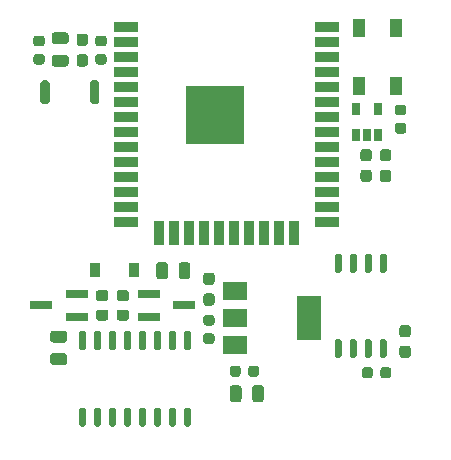
<source format=gtp>
G04 #@! TF.GenerationSoftware,KiCad,Pcbnew,(5.1.8)-1*
G04 #@! TF.CreationDate,2022-05-07T10:28:52+02:00*
G04 #@! TF.ProjectId,SuperPower-uC-KiCad,53757065-7250-46f7-9765-722d75432d4b,rev?*
G04 #@! TF.SameCoordinates,Original*
G04 #@! TF.FileFunction,Paste,Top*
G04 #@! TF.FilePolarity,Positive*
%FSLAX46Y46*%
G04 Gerber Fmt 4.6, Leading zero omitted, Abs format (unit mm)*
G04 Created by KiCad (PCBNEW (5.1.8)-1) date 2022-05-07 10:28:52*
%MOMM*%
%LPD*%
G01*
G04 APERTURE LIST*
%ADD10R,0.650000X1.060000*%
%ADD11R,1.000000X1.500000*%
%ADD12R,2.000000X0.900000*%
%ADD13R,0.900000X2.000000*%
%ADD14R,5.000000X5.000000*%
%ADD15R,2.000000X1.500000*%
%ADD16R,2.000000X3.800000*%
%ADD17R,1.900000X0.800000*%
%ADD18R,0.900000X1.200000*%
G04 APERTURE END LIST*
G36*
G01*
X161716600Y-110867000D02*
X161716600Y-110367000D01*
G75*
G02*
X161941600Y-110142000I225000J0D01*
G01*
X162391600Y-110142000D01*
G75*
G02*
X162616600Y-110367000I0J-225000D01*
G01*
X162616600Y-110867000D01*
G75*
G02*
X162391600Y-111092000I-225000J0D01*
G01*
X161941600Y-111092000D01*
G75*
G02*
X161716600Y-110867000I0J225000D01*
G01*
G37*
G36*
G01*
X160166600Y-110867000D02*
X160166600Y-110367000D01*
G75*
G02*
X160391600Y-110142000I225000J0D01*
G01*
X160841600Y-110142000D01*
G75*
G02*
X161066600Y-110367000I0J-225000D01*
G01*
X161066600Y-110867000D01*
G75*
G02*
X160841600Y-111092000I-225000J0D01*
G01*
X160391600Y-111092000D01*
G75*
G02*
X160166600Y-110867000I0J225000D01*
G01*
G37*
G36*
G01*
X163173600Y-89465000D02*
X163673600Y-89465000D01*
G75*
G02*
X163898600Y-89690000I0J-225000D01*
G01*
X163898600Y-90140000D01*
G75*
G02*
X163673600Y-90365000I-225000J0D01*
G01*
X163173600Y-90365000D01*
G75*
G02*
X162948600Y-90140000I0J225000D01*
G01*
X162948600Y-89690000D01*
G75*
G02*
X163173600Y-89465000I225000J0D01*
G01*
G37*
G36*
G01*
X163173600Y-87915000D02*
X163673600Y-87915000D01*
G75*
G02*
X163898600Y-88140000I0J-225000D01*
G01*
X163898600Y-88590000D01*
G75*
G02*
X163673600Y-88815000I-225000J0D01*
G01*
X163173600Y-88815000D01*
G75*
G02*
X162948600Y-88590000I0J225000D01*
G01*
X162948600Y-88140000D01*
G75*
G02*
X163173600Y-87915000I225000J0D01*
G01*
G37*
G36*
G01*
X138299000Y-82973000D02*
X137799000Y-82973000D01*
G75*
G02*
X137574000Y-82748000I0J225000D01*
G01*
X137574000Y-82298000D01*
G75*
G02*
X137799000Y-82073000I225000J0D01*
G01*
X138299000Y-82073000D01*
G75*
G02*
X138524000Y-82298000I0J-225000D01*
G01*
X138524000Y-82748000D01*
G75*
G02*
X138299000Y-82973000I-225000J0D01*
G01*
G37*
G36*
G01*
X138299000Y-84523000D02*
X137799000Y-84523000D01*
G75*
G02*
X137574000Y-84298000I0J225000D01*
G01*
X137574000Y-83848000D01*
G75*
G02*
X137799000Y-83623000I225000J0D01*
G01*
X138299000Y-83623000D01*
G75*
G02*
X138524000Y-83848000I0J-225000D01*
G01*
X138524000Y-84298000D01*
G75*
G02*
X138299000Y-84523000I-225000J0D01*
G01*
G37*
G36*
G01*
X133066600Y-82973000D02*
X132566600Y-82973000D01*
G75*
G02*
X132341600Y-82748000I0J225000D01*
G01*
X132341600Y-82298000D01*
G75*
G02*
X132566600Y-82073000I225000J0D01*
G01*
X133066600Y-82073000D01*
G75*
G02*
X133291600Y-82298000I0J-225000D01*
G01*
X133291600Y-82748000D01*
G75*
G02*
X133066600Y-82973000I-225000J0D01*
G01*
G37*
G36*
G01*
X133066600Y-84523000D02*
X132566600Y-84523000D01*
G75*
G02*
X132341600Y-84298000I0J225000D01*
G01*
X132341600Y-83848000D01*
G75*
G02*
X132566600Y-83623000I225000J0D01*
G01*
X133066600Y-83623000D01*
G75*
G02*
X133291600Y-83848000I0J-225000D01*
G01*
X133291600Y-84298000D01*
G75*
G02*
X133066600Y-84523000I-225000J0D01*
G01*
G37*
G36*
G01*
X150527600Y-110740000D02*
X150527600Y-110240000D01*
G75*
G02*
X150752600Y-110015000I225000J0D01*
G01*
X151202600Y-110015000D01*
G75*
G02*
X151427600Y-110240000I0J-225000D01*
G01*
X151427600Y-110740000D01*
G75*
G02*
X151202600Y-110965000I-225000J0D01*
G01*
X150752600Y-110965000D01*
G75*
G02*
X150527600Y-110740000I0J225000D01*
G01*
G37*
G36*
G01*
X148977600Y-110740000D02*
X148977600Y-110240000D01*
G75*
G02*
X149202600Y-110015000I225000J0D01*
G01*
X149652600Y-110015000D01*
G75*
G02*
X149877600Y-110240000I0J-225000D01*
G01*
X149877600Y-110740000D01*
G75*
G02*
X149652600Y-110965000I-225000J0D01*
G01*
X149202600Y-110965000D01*
G75*
G02*
X148977600Y-110740000I0J225000D01*
G01*
G37*
G36*
G01*
X146943000Y-107273000D02*
X147443000Y-107273000D01*
G75*
G02*
X147668000Y-107498000I0J-225000D01*
G01*
X147668000Y-107948000D01*
G75*
G02*
X147443000Y-108173000I-225000J0D01*
G01*
X146943000Y-108173000D01*
G75*
G02*
X146718000Y-107948000I0J225000D01*
G01*
X146718000Y-107498000D01*
G75*
G02*
X146943000Y-107273000I225000J0D01*
G01*
G37*
G36*
G01*
X146943000Y-105723000D02*
X147443000Y-105723000D01*
G75*
G02*
X147668000Y-105948000I0J-225000D01*
G01*
X147668000Y-106398000D01*
G75*
G02*
X147443000Y-106623000I-225000J0D01*
G01*
X146943000Y-106623000D01*
G75*
G02*
X146718000Y-106398000I0J225000D01*
G01*
X146718000Y-105948000D01*
G75*
G02*
X146943000Y-105723000I225000J0D01*
G01*
G37*
G36*
G01*
X150853600Y-112870000D02*
X150853600Y-111920000D01*
G75*
G02*
X151103600Y-111670000I250000J0D01*
G01*
X151603600Y-111670000D01*
G75*
G02*
X151853600Y-111920000I0J-250000D01*
G01*
X151853600Y-112870000D01*
G75*
G02*
X151603600Y-113120000I-250000J0D01*
G01*
X151103600Y-113120000D01*
G75*
G02*
X150853600Y-112870000I0J250000D01*
G01*
G37*
G36*
G01*
X148953600Y-112870000D02*
X148953600Y-111920000D01*
G75*
G02*
X149203600Y-111670000I250000J0D01*
G01*
X149703600Y-111670000D01*
G75*
G02*
X149953600Y-111920000I0J-250000D01*
G01*
X149953600Y-112870000D01*
G75*
G02*
X149703600Y-113120000I-250000J0D01*
G01*
X149203600Y-113120000D01*
G75*
G02*
X148953600Y-112870000I0J250000D01*
G01*
G37*
G36*
G01*
X144630600Y-102456000D02*
X144630600Y-101506000D01*
G75*
G02*
X144880600Y-101256000I250000J0D01*
G01*
X145380600Y-101256000D01*
G75*
G02*
X145630600Y-101506000I0J-250000D01*
G01*
X145630600Y-102456000D01*
G75*
G02*
X145380600Y-102706000I-250000J0D01*
G01*
X144880600Y-102706000D01*
G75*
G02*
X144630600Y-102456000I0J250000D01*
G01*
G37*
G36*
G01*
X142730600Y-102456000D02*
X142730600Y-101506000D01*
G75*
G02*
X142980600Y-101256000I250000J0D01*
G01*
X143480600Y-101256000D01*
G75*
G02*
X143730600Y-101506000I0J-250000D01*
G01*
X143730600Y-102456000D01*
G75*
G02*
X143480600Y-102706000I-250000J0D01*
G01*
X142980600Y-102706000D01*
G75*
G02*
X142730600Y-102456000I0J250000D01*
G01*
G37*
D10*
X159618600Y-88265000D03*
X161518600Y-88265000D03*
X161518600Y-90465000D03*
X160568600Y-90465000D03*
X159618600Y-90465000D03*
D11*
X159867600Y-86307000D03*
X163067600Y-86307000D03*
X159867600Y-81407000D03*
X163067600Y-81407000D03*
G36*
G01*
X135069600Y-82796000D02*
X134119600Y-82796000D01*
G75*
G02*
X133869600Y-82546000I0J250000D01*
G01*
X133869600Y-82046000D01*
G75*
G02*
X134119600Y-81796000I250000J0D01*
G01*
X135069600Y-81796000D01*
G75*
G02*
X135319600Y-82046000I0J-250000D01*
G01*
X135319600Y-82546000D01*
G75*
G02*
X135069600Y-82796000I-250000J0D01*
G01*
G37*
G36*
G01*
X135069600Y-84696000D02*
X134119600Y-84696000D01*
G75*
G02*
X133869600Y-84446000I0J250000D01*
G01*
X133869600Y-83946000D01*
G75*
G02*
X134119600Y-83696000I250000J0D01*
G01*
X135069600Y-83696000D01*
G75*
G02*
X135319600Y-83946000I0J-250000D01*
G01*
X135319600Y-84446000D01*
G75*
G02*
X135069600Y-84696000I-250000J0D01*
G01*
G37*
G36*
G01*
X134942600Y-108069000D02*
X133992600Y-108069000D01*
G75*
G02*
X133742600Y-107819000I0J250000D01*
G01*
X133742600Y-107319000D01*
G75*
G02*
X133992600Y-107069000I250000J0D01*
G01*
X134942600Y-107069000D01*
G75*
G02*
X135192600Y-107319000I0J-250000D01*
G01*
X135192600Y-107819000D01*
G75*
G02*
X134942600Y-108069000I-250000J0D01*
G01*
G37*
G36*
G01*
X134942600Y-109969000D02*
X133992600Y-109969000D01*
G75*
G02*
X133742600Y-109719000I0J250000D01*
G01*
X133742600Y-109219000D01*
G75*
G02*
X133992600Y-108969000I250000J0D01*
G01*
X134942600Y-108969000D01*
G75*
G02*
X135192600Y-109219000I0J-250000D01*
G01*
X135192600Y-109719000D01*
G75*
G02*
X134942600Y-109969000I-250000J0D01*
G01*
G37*
G36*
G01*
X160740100Y-92727000D02*
X160265100Y-92727000D01*
G75*
G02*
X160027600Y-92489500I0J237500D01*
G01*
X160027600Y-91914500D01*
G75*
G02*
X160265100Y-91677000I237500J0D01*
G01*
X160740100Y-91677000D01*
G75*
G02*
X160977600Y-91914500I0J-237500D01*
G01*
X160977600Y-92489500D01*
G75*
G02*
X160740100Y-92727000I-237500J0D01*
G01*
G37*
G36*
G01*
X160740100Y-94477000D02*
X160265100Y-94477000D01*
G75*
G02*
X160027600Y-94239500I0J237500D01*
G01*
X160027600Y-93664500D01*
G75*
G02*
X160265100Y-93427000I237500J0D01*
G01*
X160740100Y-93427000D01*
G75*
G02*
X160977600Y-93664500I0J-237500D01*
G01*
X160977600Y-94239500D01*
G75*
G02*
X160740100Y-94477000I-237500J0D01*
G01*
G37*
G36*
G01*
X162391100Y-92727000D02*
X161916100Y-92727000D01*
G75*
G02*
X161678600Y-92489500I0J237500D01*
G01*
X161678600Y-91914500D01*
G75*
G02*
X161916100Y-91677000I237500J0D01*
G01*
X162391100Y-91677000D01*
G75*
G02*
X162628600Y-91914500I0J-237500D01*
G01*
X162628600Y-92489500D01*
G75*
G02*
X162391100Y-92727000I-237500J0D01*
G01*
G37*
G36*
G01*
X162391100Y-94477000D02*
X161916100Y-94477000D01*
G75*
G02*
X161678600Y-94239500I0J237500D01*
G01*
X161678600Y-93664500D01*
G75*
G02*
X161916100Y-93427000I237500J0D01*
G01*
X162391100Y-93427000D01*
G75*
G02*
X162628600Y-93664500I0J-237500D01*
G01*
X162628600Y-94239500D01*
G75*
G02*
X162391100Y-94477000I-237500J0D01*
G01*
G37*
G36*
G01*
X161800400Y-107759600D02*
X162100400Y-107759600D01*
G75*
G02*
X162250400Y-107909600I0J-150000D01*
G01*
X162250400Y-109209600D01*
G75*
G02*
X162100400Y-109359600I-150000J0D01*
G01*
X161800400Y-109359600D01*
G75*
G02*
X161650400Y-109209600I0J150000D01*
G01*
X161650400Y-107909600D01*
G75*
G02*
X161800400Y-107759600I150000J0D01*
G01*
G37*
G36*
G01*
X160530400Y-107759600D02*
X160830400Y-107759600D01*
G75*
G02*
X160980400Y-107909600I0J-150000D01*
G01*
X160980400Y-109209600D01*
G75*
G02*
X160830400Y-109359600I-150000J0D01*
G01*
X160530400Y-109359600D01*
G75*
G02*
X160380400Y-109209600I0J150000D01*
G01*
X160380400Y-107909600D01*
G75*
G02*
X160530400Y-107759600I150000J0D01*
G01*
G37*
G36*
G01*
X159260400Y-107759600D02*
X159560400Y-107759600D01*
G75*
G02*
X159710400Y-107909600I0J-150000D01*
G01*
X159710400Y-109209600D01*
G75*
G02*
X159560400Y-109359600I-150000J0D01*
G01*
X159260400Y-109359600D01*
G75*
G02*
X159110400Y-109209600I0J150000D01*
G01*
X159110400Y-107909600D01*
G75*
G02*
X159260400Y-107759600I150000J0D01*
G01*
G37*
G36*
G01*
X157990400Y-107759600D02*
X158290400Y-107759600D01*
G75*
G02*
X158440400Y-107909600I0J-150000D01*
G01*
X158440400Y-109209600D01*
G75*
G02*
X158290400Y-109359600I-150000J0D01*
G01*
X157990400Y-109359600D01*
G75*
G02*
X157840400Y-109209600I0J150000D01*
G01*
X157840400Y-107909600D01*
G75*
G02*
X157990400Y-107759600I150000J0D01*
G01*
G37*
G36*
G01*
X157990400Y-100559600D02*
X158290400Y-100559600D01*
G75*
G02*
X158440400Y-100709600I0J-150000D01*
G01*
X158440400Y-102009600D01*
G75*
G02*
X158290400Y-102159600I-150000J0D01*
G01*
X157990400Y-102159600D01*
G75*
G02*
X157840400Y-102009600I0J150000D01*
G01*
X157840400Y-100709600D01*
G75*
G02*
X157990400Y-100559600I150000J0D01*
G01*
G37*
G36*
G01*
X159260400Y-100559600D02*
X159560400Y-100559600D01*
G75*
G02*
X159710400Y-100709600I0J-150000D01*
G01*
X159710400Y-102009600D01*
G75*
G02*
X159560400Y-102159600I-150000J0D01*
G01*
X159260400Y-102159600D01*
G75*
G02*
X159110400Y-102009600I0J150000D01*
G01*
X159110400Y-100709600D01*
G75*
G02*
X159260400Y-100559600I150000J0D01*
G01*
G37*
G36*
G01*
X160530400Y-100559600D02*
X160830400Y-100559600D01*
G75*
G02*
X160980400Y-100709600I0J-150000D01*
G01*
X160980400Y-102009600D01*
G75*
G02*
X160830400Y-102159600I-150000J0D01*
G01*
X160530400Y-102159600D01*
G75*
G02*
X160380400Y-102009600I0J150000D01*
G01*
X160380400Y-100709600D01*
G75*
G02*
X160530400Y-100559600I150000J0D01*
G01*
G37*
G36*
G01*
X161800400Y-100559600D02*
X162100400Y-100559600D01*
G75*
G02*
X162250400Y-100709600I0J-150000D01*
G01*
X162250400Y-102009600D01*
G75*
G02*
X162100400Y-102159600I-150000J0D01*
G01*
X161800400Y-102159600D01*
G75*
G02*
X161650400Y-102009600I0J150000D01*
G01*
X161650400Y-100709600D01*
G75*
G02*
X161800400Y-100559600I150000J0D01*
G01*
G37*
D12*
X157182600Y-81305400D03*
X157182600Y-82575400D03*
X157182600Y-83845400D03*
X157182600Y-85115400D03*
X157182600Y-86385400D03*
X157182600Y-87655400D03*
X157182600Y-88925400D03*
X157182600Y-90195400D03*
X157182600Y-91465400D03*
X157182600Y-92735400D03*
X157182600Y-94005400D03*
X157182600Y-95275400D03*
X157182600Y-96545400D03*
X157182600Y-97815400D03*
D13*
X154397600Y-98815400D03*
X153127600Y-98815400D03*
X151857600Y-98815400D03*
X150587600Y-98815400D03*
X149317600Y-98815400D03*
X148047600Y-98815400D03*
X146777600Y-98815400D03*
X145507600Y-98815400D03*
X144237600Y-98815400D03*
X142967600Y-98815400D03*
D12*
X140182600Y-97815400D03*
X140182600Y-96545400D03*
X140182600Y-95275400D03*
X140182600Y-94005400D03*
X140182600Y-92735400D03*
X140182600Y-91465400D03*
X140182600Y-90195400D03*
X140182600Y-88925400D03*
X140182600Y-87655400D03*
X140182600Y-86385400D03*
X140182600Y-85115400D03*
X140182600Y-83845400D03*
X140182600Y-82575400D03*
X140182600Y-81305400D03*
D14*
X147682600Y-88805400D03*
G36*
G01*
X164042100Y-107614000D02*
X163567100Y-107614000D01*
G75*
G02*
X163329600Y-107376500I0J237500D01*
G01*
X163329600Y-106801500D01*
G75*
G02*
X163567100Y-106564000I237500J0D01*
G01*
X164042100Y-106564000D01*
G75*
G02*
X164279600Y-106801500I0J-237500D01*
G01*
X164279600Y-107376500D01*
G75*
G02*
X164042100Y-107614000I-237500J0D01*
G01*
G37*
G36*
G01*
X164042100Y-109364000D02*
X163567100Y-109364000D01*
G75*
G02*
X163329600Y-109126500I0J237500D01*
G01*
X163329600Y-108551500D01*
G75*
G02*
X163567100Y-108314000I237500J0D01*
G01*
X164042100Y-108314000D01*
G75*
G02*
X164279600Y-108551500I0J-237500D01*
G01*
X164279600Y-109126500D01*
G75*
G02*
X164042100Y-109364000I-237500J0D01*
G01*
G37*
G36*
G01*
X132915600Y-87668000D02*
X132915600Y-86068000D01*
G75*
G02*
X133115600Y-85868000I200000J0D01*
G01*
X133515600Y-85868000D01*
G75*
G02*
X133715600Y-86068000I0J-200000D01*
G01*
X133715600Y-87668000D01*
G75*
G02*
X133515600Y-87868000I-200000J0D01*
G01*
X133115600Y-87868000D01*
G75*
G02*
X132915600Y-87668000I0J200000D01*
G01*
G37*
G36*
G01*
X137115600Y-87668000D02*
X137115600Y-86068000D01*
G75*
G02*
X137315600Y-85868000I200000J0D01*
G01*
X137715600Y-85868000D01*
G75*
G02*
X137915600Y-86068000I0J-200000D01*
G01*
X137915600Y-87668000D01*
G75*
G02*
X137715600Y-87868000I-200000J0D01*
G01*
X137315600Y-87868000D01*
G75*
G02*
X137115600Y-87668000I0J200000D01*
G01*
G37*
D15*
X149377400Y-103680200D03*
X149377400Y-108280200D03*
X149377400Y-105980200D03*
D16*
X155677400Y-105980200D03*
G36*
G01*
X136649600Y-108676200D02*
X136349600Y-108676200D01*
G75*
G02*
X136199600Y-108526200I0J150000D01*
G01*
X136199600Y-107226200D01*
G75*
G02*
X136349600Y-107076200I150000J0D01*
G01*
X136649600Y-107076200D01*
G75*
G02*
X136799600Y-107226200I0J-150000D01*
G01*
X136799600Y-108526200D01*
G75*
G02*
X136649600Y-108676200I-150000J0D01*
G01*
G37*
G36*
G01*
X137919600Y-108676200D02*
X137619600Y-108676200D01*
G75*
G02*
X137469600Y-108526200I0J150000D01*
G01*
X137469600Y-107226200D01*
G75*
G02*
X137619600Y-107076200I150000J0D01*
G01*
X137919600Y-107076200D01*
G75*
G02*
X138069600Y-107226200I0J-150000D01*
G01*
X138069600Y-108526200D01*
G75*
G02*
X137919600Y-108676200I-150000J0D01*
G01*
G37*
G36*
G01*
X139189600Y-108676200D02*
X138889600Y-108676200D01*
G75*
G02*
X138739600Y-108526200I0J150000D01*
G01*
X138739600Y-107226200D01*
G75*
G02*
X138889600Y-107076200I150000J0D01*
G01*
X139189600Y-107076200D01*
G75*
G02*
X139339600Y-107226200I0J-150000D01*
G01*
X139339600Y-108526200D01*
G75*
G02*
X139189600Y-108676200I-150000J0D01*
G01*
G37*
G36*
G01*
X140459600Y-108676200D02*
X140159600Y-108676200D01*
G75*
G02*
X140009600Y-108526200I0J150000D01*
G01*
X140009600Y-107226200D01*
G75*
G02*
X140159600Y-107076200I150000J0D01*
G01*
X140459600Y-107076200D01*
G75*
G02*
X140609600Y-107226200I0J-150000D01*
G01*
X140609600Y-108526200D01*
G75*
G02*
X140459600Y-108676200I-150000J0D01*
G01*
G37*
G36*
G01*
X141729600Y-108676200D02*
X141429600Y-108676200D01*
G75*
G02*
X141279600Y-108526200I0J150000D01*
G01*
X141279600Y-107226200D01*
G75*
G02*
X141429600Y-107076200I150000J0D01*
G01*
X141729600Y-107076200D01*
G75*
G02*
X141879600Y-107226200I0J-150000D01*
G01*
X141879600Y-108526200D01*
G75*
G02*
X141729600Y-108676200I-150000J0D01*
G01*
G37*
G36*
G01*
X142999600Y-108676200D02*
X142699600Y-108676200D01*
G75*
G02*
X142549600Y-108526200I0J150000D01*
G01*
X142549600Y-107226200D01*
G75*
G02*
X142699600Y-107076200I150000J0D01*
G01*
X142999600Y-107076200D01*
G75*
G02*
X143149600Y-107226200I0J-150000D01*
G01*
X143149600Y-108526200D01*
G75*
G02*
X142999600Y-108676200I-150000J0D01*
G01*
G37*
G36*
G01*
X144269600Y-108676200D02*
X143969600Y-108676200D01*
G75*
G02*
X143819600Y-108526200I0J150000D01*
G01*
X143819600Y-107226200D01*
G75*
G02*
X143969600Y-107076200I150000J0D01*
G01*
X144269600Y-107076200D01*
G75*
G02*
X144419600Y-107226200I0J-150000D01*
G01*
X144419600Y-108526200D01*
G75*
G02*
X144269600Y-108676200I-150000J0D01*
G01*
G37*
G36*
G01*
X145539600Y-108676200D02*
X145239600Y-108676200D01*
G75*
G02*
X145089600Y-108526200I0J150000D01*
G01*
X145089600Y-107226200D01*
G75*
G02*
X145239600Y-107076200I150000J0D01*
G01*
X145539600Y-107076200D01*
G75*
G02*
X145689600Y-107226200I0J-150000D01*
G01*
X145689600Y-108526200D01*
G75*
G02*
X145539600Y-108676200I-150000J0D01*
G01*
G37*
G36*
G01*
X145539600Y-115176200D02*
X145239600Y-115176200D01*
G75*
G02*
X145089600Y-115026200I0J150000D01*
G01*
X145089600Y-113726200D01*
G75*
G02*
X145239600Y-113576200I150000J0D01*
G01*
X145539600Y-113576200D01*
G75*
G02*
X145689600Y-113726200I0J-150000D01*
G01*
X145689600Y-115026200D01*
G75*
G02*
X145539600Y-115176200I-150000J0D01*
G01*
G37*
G36*
G01*
X144269600Y-115176200D02*
X143969600Y-115176200D01*
G75*
G02*
X143819600Y-115026200I0J150000D01*
G01*
X143819600Y-113726200D01*
G75*
G02*
X143969600Y-113576200I150000J0D01*
G01*
X144269600Y-113576200D01*
G75*
G02*
X144419600Y-113726200I0J-150000D01*
G01*
X144419600Y-115026200D01*
G75*
G02*
X144269600Y-115176200I-150000J0D01*
G01*
G37*
G36*
G01*
X142999600Y-115176200D02*
X142699600Y-115176200D01*
G75*
G02*
X142549600Y-115026200I0J150000D01*
G01*
X142549600Y-113726200D01*
G75*
G02*
X142699600Y-113576200I150000J0D01*
G01*
X142999600Y-113576200D01*
G75*
G02*
X143149600Y-113726200I0J-150000D01*
G01*
X143149600Y-115026200D01*
G75*
G02*
X142999600Y-115176200I-150000J0D01*
G01*
G37*
G36*
G01*
X141729600Y-115176200D02*
X141429600Y-115176200D01*
G75*
G02*
X141279600Y-115026200I0J150000D01*
G01*
X141279600Y-113726200D01*
G75*
G02*
X141429600Y-113576200I150000J0D01*
G01*
X141729600Y-113576200D01*
G75*
G02*
X141879600Y-113726200I0J-150000D01*
G01*
X141879600Y-115026200D01*
G75*
G02*
X141729600Y-115176200I-150000J0D01*
G01*
G37*
G36*
G01*
X140459600Y-115176200D02*
X140159600Y-115176200D01*
G75*
G02*
X140009600Y-115026200I0J150000D01*
G01*
X140009600Y-113726200D01*
G75*
G02*
X140159600Y-113576200I150000J0D01*
G01*
X140459600Y-113576200D01*
G75*
G02*
X140609600Y-113726200I0J-150000D01*
G01*
X140609600Y-115026200D01*
G75*
G02*
X140459600Y-115176200I-150000J0D01*
G01*
G37*
G36*
G01*
X139189600Y-115176200D02*
X138889600Y-115176200D01*
G75*
G02*
X138739600Y-115026200I0J150000D01*
G01*
X138739600Y-113726200D01*
G75*
G02*
X138889600Y-113576200I150000J0D01*
G01*
X139189600Y-113576200D01*
G75*
G02*
X139339600Y-113726200I0J-150000D01*
G01*
X139339600Y-115026200D01*
G75*
G02*
X139189600Y-115176200I-150000J0D01*
G01*
G37*
G36*
G01*
X137919600Y-115176200D02*
X137619600Y-115176200D01*
G75*
G02*
X137469600Y-115026200I0J150000D01*
G01*
X137469600Y-113726200D01*
G75*
G02*
X137619600Y-113576200I150000J0D01*
G01*
X137919600Y-113576200D01*
G75*
G02*
X138069600Y-113726200I0J-150000D01*
G01*
X138069600Y-115026200D01*
G75*
G02*
X137919600Y-115176200I-150000J0D01*
G01*
G37*
G36*
G01*
X136649600Y-115176200D02*
X136349600Y-115176200D01*
G75*
G02*
X136199600Y-115026200I0J150000D01*
G01*
X136199600Y-113726200D01*
G75*
G02*
X136349600Y-113576200I150000J0D01*
G01*
X136649600Y-113576200D01*
G75*
G02*
X136799600Y-113726200I0J-150000D01*
G01*
X136799600Y-115026200D01*
G75*
G02*
X136649600Y-115176200I-150000J0D01*
G01*
G37*
G36*
G01*
X146955500Y-103894400D02*
X147430500Y-103894400D01*
G75*
G02*
X147668000Y-104131900I0J-237500D01*
G01*
X147668000Y-104706900D01*
G75*
G02*
X147430500Y-104944400I-237500J0D01*
G01*
X146955500Y-104944400D01*
G75*
G02*
X146718000Y-104706900I0J237500D01*
G01*
X146718000Y-104131900D01*
G75*
G02*
X146955500Y-103894400I237500J0D01*
G01*
G37*
G36*
G01*
X146955500Y-102144400D02*
X147430500Y-102144400D01*
G75*
G02*
X147668000Y-102381900I0J-237500D01*
G01*
X147668000Y-102956900D01*
G75*
G02*
X147430500Y-103194400I-237500J0D01*
G01*
X146955500Y-103194400D01*
G75*
G02*
X146718000Y-102956900I0J237500D01*
G01*
X146718000Y-102381900D01*
G75*
G02*
X146955500Y-102144400I237500J0D01*
G01*
G37*
G36*
G01*
X136236700Y-83648000D02*
X136711700Y-83648000D01*
G75*
G02*
X136949200Y-83885500I0J-237500D01*
G01*
X136949200Y-84460500D01*
G75*
G02*
X136711700Y-84698000I-237500J0D01*
G01*
X136236700Y-84698000D01*
G75*
G02*
X135999200Y-84460500I0J237500D01*
G01*
X135999200Y-83885500D01*
G75*
G02*
X136236700Y-83648000I237500J0D01*
G01*
G37*
G36*
G01*
X136236700Y-81898000D02*
X136711700Y-81898000D01*
G75*
G02*
X136949200Y-82135500I0J-237500D01*
G01*
X136949200Y-82710500D01*
G75*
G02*
X136711700Y-82948000I-237500J0D01*
G01*
X136236700Y-82948000D01*
G75*
G02*
X135999200Y-82710500I0J237500D01*
G01*
X135999200Y-82135500D01*
G75*
G02*
X136236700Y-81898000I237500J0D01*
G01*
G37*
G36*
G01*
X139375600Y-105977700D02*
X139375600Y-105502700D01*
G75*
G02*
X139613100Y-105265200I237500J0D01*
G01*
X140188100Y-105265200D01*
G75*
G02*
X140425600Y-105502700I0J-237500D01*
G01*
X140425600Y-105977700D01*
G75*
G02*
X140188100Y-106215200I-237500J0D01*
G01*
X139613100Y-106215200D01*
G75*
G02*
X139375600Y-105977700I0J237500D01*
G01*
G37*
G36*
G01*
X137625600Y-105977700D02*
X137625600Y-105502700D01*
G75*
G02*
X137863100Y-105265200I237500J0D01*
G01*
X138438100Y-105265200D01*
G75*
G02*
X138675600Y-105502700I0J-237500D01*
G01*
X138675600Y-105977700D01*
G75*
G02*
X138438100Y-106215200I-237500J0D01*
G01*
X137863100Y-106215200D01*
G75*
G02*
X137625600Y-105977700I0J237500D01*
G01*
G37*
G36*
G01*
X138675600Y-103851700D02*
X138675600Y-104326700D01*
G75*
G02*
X138438100Y-104564200I-237500J0D01*
G01*
X137863100Y-104564200D01*
G75*
G02*
X137625600Y-104326700I0J237500D01*
G01*
X137625600Y-103851700D01*
G75*
G02*
X137863100Y-103614200I237500J0D01*
G01*
X138438100Y-103614200D01*
G75*
G02*
X138675600Y-103851700I0J-237500D01*
G01*
G37*
G36*
G01*
X140425600Y-103851700D02*
X140425600Y-104326700D01*
G75*
G02*
X140188100Y-104564200I-237500J0D01*
G01*
X139613100Y-104564200D01*
G75*
G02*
X139375600Y-104326700I0J237500D01*
G01*
X139375600Y-103851700D01*
G75*
G02*
X139613100Y-103614200I237500J0D01*
G01*
X140188100Y-103614200D01*
G75*
G02*
X140425600Y-103851700I0J-237500D01*
G01*
G37*
D17*
X132991600Y-104912200D03*
X135991600Y-103962200D03*
X135991600Y-105862200D03*
X145087600Y-104912200D03*
X142087600Y-105862200D03*
X142087600Y-103962200D03*
D18*
X140817600Y-101930200D03*
X137517600Y-101930200D03*
M02*

</source>
